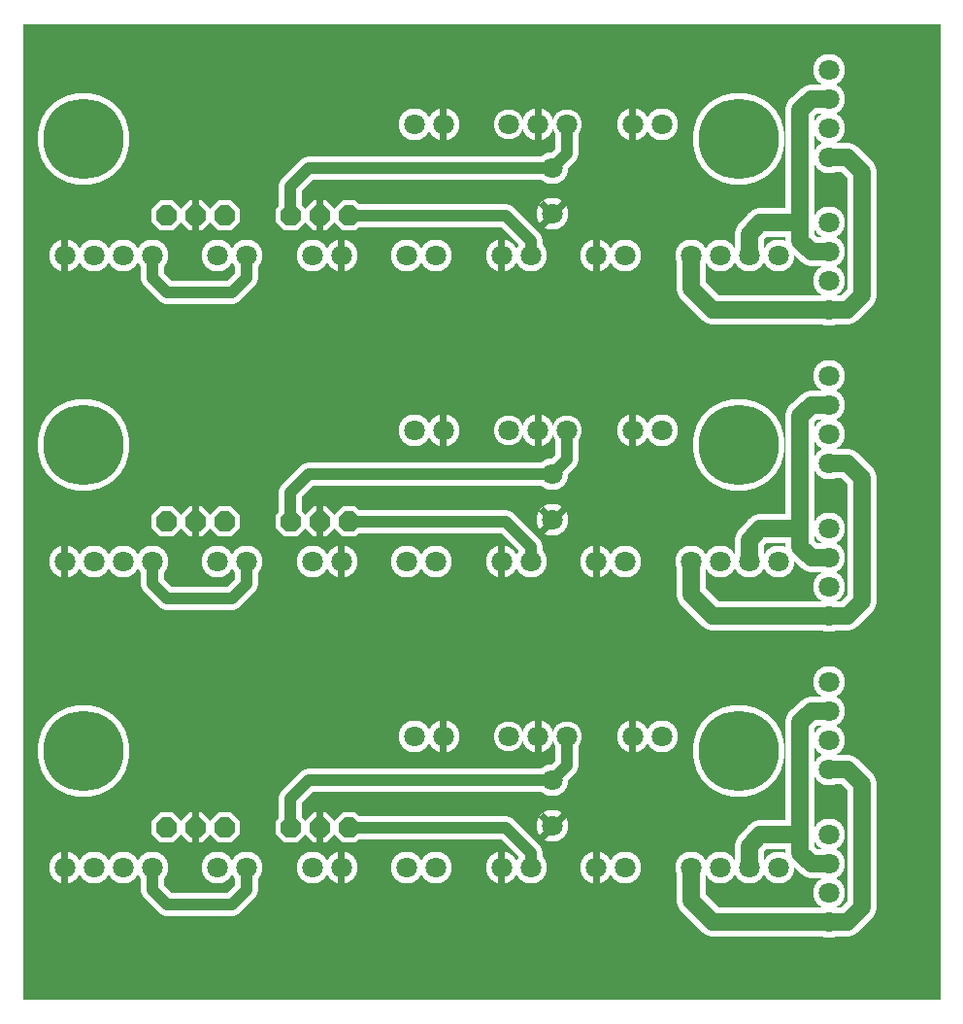
<source format=gbr>
%FSLAX34Y34*%
%MOMM*%
%LNSILK_TOP*%
G71*
G01*
%ADD10C, 2.80*%
%ADD11C, 8.00*%
%ADD12C, 2.50*%
%ADD13C, 2.60*%
%ADD14C, 2.00*%
%ADD15C, 0.60*%
%ADD16C, 1.80*%
%ADD17C, 7.00*%
%ADD18C, 1.50*%
%ADD19C, 1.00*%
%LPD*%
G36*
X0Y0D02*
X800000Y0D01*
X800000Y-850000D01*
X0Y-850000D01*
X0Y0D01*
G37*
%LPC*%
X703262Y-39688D02*
G54D10*
D03*
X703262Y-65088D02*
G54D10*
D03*
X703262Y-90488D02*
G54D10*
D03*
X703262Y-115888D02*
G54D10*
D03*
X703262Y-173038D02*
G54D10*
D03*
X703262Y-198438D02*
G54D10*
D03*
X703262Y-223838D02*
G54D10*
D03*
X703262Y-249238D02*
G54D10*
D03*
X525462Y-201612D02*
G54D10*
D03*
X500062Y-201612D02*
G54D10*
D03*
X531812Y-87312D02*
G54D10*
D03*
X557212Y-87312D02*
G54D10*
D03*
X658812Y-201612D02*
G54D10*
D03*
X633412Y-201612D02*
G54D10*
D03*
X608012Y-201612D02*
G54D10*
D03*
X582612Y-201612D02*
G54D10*
D03*
X341313Y-87312D02*
G54D10*
D03*
X366712Y-87312D02*
G54D10*
D03*
X623888Y-100012D02*
G54D11*
D03*
X52388Y-100012D02*
G54D11*
D03*
X500062Y-201612D02*
G54D10*
D03*
X112712Y-201612D02*
G54D10*
D03*
X87312Y-201612D02*
G54D10*
D03*
X61912Y-201612D02*
G54D10*
D03*
X36512Y-201612D02*
G54D10*
D03*
G54D12*
X703262Y-65088D02*
X687388Y-65088D01*
X677862Y-74612D01*
X677862Y-188912D01*
X687388Y-198438D01*
X703262Y-198438D01*
G54D12*
X703262Y-115888D02*
X719138Y-115888D01*
X731838Y-128588D01*
X731838Y-236538D01*
X719138Y-249238D01*
X703262Y-249238D01*
G36*
X220362Y-161292D02*
X227968Y-153688D01*
X238758Y-153688D01*
X246362Y-161292D01*
X246362Y-172082D01*
X238758Y-179688D01*
X227968Y-179688D01*
X220362Y-172082D01*
X220362Y-161292D01*
G37*
G36*
X245762Y-161292D02*
X253368Y-153688D01*
X264158Y-153688D01*
X271762Y-161292D01*
X271762Y-172082D01*
X264158Y-179688D01*
X253368Y-179688D01*
X245762Y-172082D01*
X245762Y-161292D01*
G37*
G36*
X271162Y-161292D02*
X278767Y-153688D01*
X289557Y-153688D01*
X297162Y-161292D01*
X297162Y-172082D01*
X289557Y-179688D01*
X278767Y-179688D01*
X271162Y-172082D01*
X271162Y-161292D01*
G37*
G36*
X245762Y-161292D02*
X253368Y-153688D01*
X264158Y-153688D01*
X271762Y-161292D01*
X271762Y-172082D01*
X264158Y-179688D01*
X253368Y-179688D01*
X245762Y-172082D01*
X245762Y-161292D01*
G37*
X442912Y-201612D02*
G54D10*
D03*
X417512Y-201612D02*
G54D10*
D03*
G36*
X112412Y-161292D02*
X120018Y-153688D01*
X130808Y-153688D01*
X138412Y-161292D01*
X138412Y-172082D01*
X130808Y-179688D01*
X120018Y-179688D01*
X112412Y-172082D01*
X112412Y-161292D01*
G37*
G36*
X137812Y-161292D02*
X145418Y-153688D01*
X156208Y-153688D01*
X163812Y-161292D01*
X163812Y-172082D01*
X156208Y-179688D01*
X145418Y-179688D01*
X137812Y-172082D01*
X137812Y-161292D01*
G37*
G36*
X163212Y-161293D02*
X170817Y-153688D01*
X181607Y-153688D01*
X189212Y-161293D01*
X189212Y-172083D01*
X181607Y-179688D01*
X170817Y-179688D01*
X163212Y-172083D01*
X163212Y-161293D01*
G37*
G36*
X137812Y-161292D02*
X145418Y-153688D01*
X156208Y-153688D01*
X163812Y-161292D01*
X163812Y-172082D01*
X156208Y-179688D01*
X145418Y-179688D01*
X137812Y-172082D01*
X137812Y-161292D01*
G37*
X423862Y-87312D02*
G54D13*
D03*
X449262Y-87312D02*
G54D13*
D03*
X474662Y-87312D02*
G54D13*
D03*
X417512Y-201612D02*
G54D10*
D03*
X366712Y-87312D02*
G54D10*
D03*
G54D12*
X633412Y-201612D02*
X633412Y-182562D01*
X642938Y-173038D01*
X677862Y-173038D01*
G54D12*
X582612Y-201612D02*
X582612Y-230188D01*
X601662Y-249238D01*
X703262Y-249238D01*
X531812Y-87312D02*
G54D10*
D03*
X449262Y-87312D02*
G54D10*
D03*
X360362Y-201612D02*
G54D10*
D03*
X334962Y-201612D02*
G54D10*
D03*
X36512Y-201612D02*
G54D10*
D03*
X461962Y-125412D02*
G54D10*
D03*
X461962Y-165412D02*
G54D10*
D03*
G54D14*
X461962Y-125412D02*
X249238Y-125412D01*
X233362Y-141288D01*
X233362Y-166688D01*
X195262Y-201612D02*
G54D10*
D03*
X169862Y-201612D02*
G54D10*
D03*
X277812Y-201612D02*
G54D10*
D03*
X252412Y-201612D02*
G54D10*
D03*
G54D14*
X442912Y-201612D02*
X442912Y-188912D01*
X420688Y-166688D01*
X284162Y-166688D01*
G54D14*
X195262Y-201612D02*
X195262Y-220662D01*
X182562Y-233362D01*
X125412Y-233362D01*
X112712Y-220662D01*
X112712Y-201612D01*
G54D14*
X474662Y-87312D02*
X474662Y-112713D01*
X461962Y-125412D01*
X277812Y-201612D02*
G54D10*
D03*
X703262Y-306388D02*
G54D10*
D03*
X703262Y-331788D02*
G54D10*
D03*
X703262Y-357188D02*
G54D10*
D03*
X703262Y-382588D02*
G54D10*
D03*
X703262Y-439738D02*
G54D10*
D03*
X703262Y-465138D02*
G54D10*
D03*
X703262Y-490538D02*
G54D10*
D03*
X703262Y-515938D02*
G54D10*
D03*
X525462Y-468312D02*
G54D10*
D03*
X500062Y-468312D02*
G54D10*
D03*
X531812Y-354012D02*
G54D10*
D03*
X557212Y-354012D02*
G54D10*
D03*
X658812Y-468312D02*
G54D10*
D03*
X633412Y-468312D02*
G54D10*
D03*
X608012Y-468312D02*
G54D10*
D03*
X582612Y-468312D02*
G54D10*
D03*
X341313Y-354012D02*
G54D10*
D03*
X366712Y-354012D02*
G54D10*
D03*
X623888Y-366712D02*
G54D11*
D03*
X52388Y-366712D02*
G54D11*
D03*
X500062Y-468312D02*
G54D10*
D03*
X112712Y-468312D02*
G54D10*
D03*
X87312Y-468312D02*
G54D10*
D03*
X61912Y-468312D02*
G54D10*
D03*
X36512Y-468312D02*
G54D10*
D03*
G54D12*
X703262Y-331788D02*
X687388Y-331788D01*
X677862Y-341312D01*
X677862Y-455612D01*
X687388Y-465138D01*
X703262Y-465138D01*
G54D12*
X703262Y-382588D02*
X719138Y-382588D01*
X731838Y-395288D01*
X731838Y-503238D01*
X719138Y-515938D01*
X703262Y-515938D01*
G36*
X220362Y-427992D02*
X227968Y-420388D01*
X238758Y-420388D01*
X246362Y-427992D01*
X246362Y-438782D01*
X238758Y-446388D01*
X227968Y-446388D01*
X220362Y-438782D01*
X220362Y-427992D01*
G37*
G36*
X245762Y-427992D02*
X253368Y-420388D01*
X264158Y-420388D01*
X271762Y-427992D01*
X271762Y-438782D01*
X264158Y-446388D01*
X253368Y-446388D01*
X245762Y-438782D01*
X245762Y-427992D01*
G37*
G36*
X271162Y-427992D02*
X278767Y-420388D01*
X289557Y-420388D01*
X297162Y-427992D01*
X297162Y-438782D01*
X289557Y-446388D01*
X278767Y-446388D01*
X271162Y-438782D01*
X271162Y-427992D01*
G37*
G36*
X245762Y-427992D02*
X253368Y-420388D01*
X264158Y-420388D01*
X271762Y-427992D01*
X271762Y-438782D01*
X264158Y-446388D01*
X253368Y-446388D01*
X245762Y-438782D01*
X245762Y-427992D01*
G37*
X442912Y-468312D02*
G54D10*
D03*
X417512Y-468312D02*
G54D10*
D03*
G36*
X112412Y-427992D02*
X120018Y-420388D01*
X130808Y-420388D01*
X138412Y-427992D01*
X138412Y-438782D01*
X130808Y-446388D01*
X120018Y-446388D01*
X112412Y-438782D01*
X112412Y-427992D01*
G37*
G36*
X137812Y-427992D02*
X145418Y-420388D01*
X156208Y-420388D01*
X163812Y-427992D01*
X163812Y-438782D01*
X156208Y-446388D01*
X145418Y-446388D01*
X137812Y-438782D01*
X137812Y-427992D01*
G37*
G36*
X163212Y-427992D02*
X170817Y-420388D01*
X181607Y-420388D01*
X189212Y-427992D01*
X189212Y-438782D01*
X181607Y-446388D01*
X170817Y-446388D01*
X163212Y-438782D01*
X163212Y-427992D01*
G37*
G36*
X137812Y-427992D02*
X145418Y-420388D01*
X156208Y-420388D01*
X163812Y-427992D01*
X163812Y-438782D01*
X156208Y-446388D01*
X145418Y-446388D01*
X137812Y-438782D01*
X137812Y-427992D01*
G37*
X423862Y-354012D02*
G54D13*
D03*
X449262Y-354012D02*
G54D13*
D03*
X474662Y-354012D02*
G54D13*
D03*
X417512Y-468312D02*
G54D10*
D03*
X366712Y-354012D02*
G54D10*
D03*
G54D12*
X633412Y-468312D02*
X633412Y-449262D01*
X642938Y-439738D01*
X677862Y-439738D01*
G54D12*
X582612Y-468312D02*
X582612Y-496888D01*
X601662Y-515938D01*
X703262Y-515938D01*
X531812Y-354012D02*
G54D10*
D03*
X449262Y-354012D02*
G54D10*
D03*
X360362Y-468312D02*
G54D10*
D03*
X334962Y-468312D02*
G54D10*
D03*
X36512Y-468312D02*
G54D10*
D03*
X461962Y-392112D02*
G54D10*
D03*
X461962Y-432112D02*
G54D10*
D03*
G54D14*
X461962Y-392112D02*
X249238Y-392112D01*
X233362Y-407988D01*
X233362Y-433388D01*
X195262Y-468312D02*
G54D10*
D03*
X169862Y-468312D02*
G54D10*
D03*
X277812Y-468312D02*
G54D10*
D03*
X252412Y-468312D02*
G54D10*
D03*
G54D14*
X442912Y-468312D02*
X442912Y-455612D01*
X420688Y-433388D01*
X284162Y-433388D01*
G54D14*
X195262Y-468312D02*
X195262Y-487362D01*
X182562Y-500062D01*
X125412Y-500062D01*
X112712Y-487362D01*
X112712Y-468312D01*
G54D14*
X474662Y-354012D02*
X474662Y-379413D01*
X461962Y-392112D01*
X277812Y-468312D02*
G54D10*
D03*
X703262Y-573088D02*
G54D10*
D03*
X703262Y-598488D02*
G54D10*
D03*
X703262Y-623888D02*
G54D10*
D03*
X703262Y-649288D02*
G54D10*
D03*
X703262Y-706438D02*
G54D10*
D03*
X703262Y-731838D02*
G54D10*
D03*
X703262Y-757238D02*
G54D10*
D03*
X703262Y-782638D02*
G54D10*
D03*
X525462Y-735012D02*
G54D10*
D03*
X500062Y-735012D02*
G54D10*
D03*
X531812Y-620712D02*
G54D10*
D03*
X557212Y-620712D02*
G54D10*
D03*
X658812Y-735012D02*
G54D10*
D03*
X633412Y-735012D02*
G54D10*
D03*
X608012Y-735012D02*
G54D10*
D03*
X582612Y-735012D02*
G54D10*
D03*
X341313Y-620712D02*
G54D10*
D03*
X366712Y-620712D02*
G54D10*
D03*
X623888Y-633412D02*
G54D11*
D03*
X52388Y-633412D02*
G54D11*
D03*
X500062Y-735012D02*
G54D10*
D03*
X112712Y-735012D02*
G54D10*
D03*
X87312Y-735012D02*
G54D10*
D03*
X61912Y-735012D02*
G54D10*
D03*
X36512Y-735012D02*
G54D10*
D03*
G54D12*
X703262Y-598488D02*
X687388Y-598488D01*
X677862Y-608012D01*
X677862Y-722312D01*
X687388Y-731838D01*
X703262Y-731838D01*
G54D12*
X703262Y-649288D02*
X719138Y-649288D01*
X731838Y-661988D01*
X731838Y-769938D01*
X719138Y-782638D01*
X703262Y-782638D01*
G36*
X220362Y-694692D02*
X227968Y-687088D01*
X238758Y-687088D01*
X246362Y-694692D01*
X246362Y-705482D01*
X238758Y-713088D01*
X227968Y-713088D01*
X220362Y-705482D01*
X220362Y-694692D01*
G37*
G36*
X245762Y-694692D02*
X253368Y-687088D01*
X264158Y-687088D01*
X271762Y-694692D01*
X271762Y-705482D01*
X264158Y-713088D01*
X253368Y-713088D01*
X245762Y-705482D01*
X245762Y-694692D01*
G37*
G36*
X271162Y-694692D02*
X278767Y-687088D01*
X289557Y-687088D01*
X297162Y-694692D01*
X297162Y-705482D01*
X289557Y-713088D01*
X278767Y-713088D01*
X271162Y-705482D01*
X271162Y-694692D01*
G37*
G36*
X245762Y-694692D02*
X253368Y-687088D01*
X264158Y-687088D01*
X271762Y-694692D01*
X271762Y-705482D01*
X264158Y-713088D01*
X253368Y-713088D01*
X245762Y-705482D01*
X245762Y-694692D01*
G37*
X442912Y-735012D02*
G54D10*
D03*
X417512Y-735012D02*
G54D10*
D03*
G36*
X112412Y-694692D02*
X120018Y-687088D01*
X130808Y-687088D01*
X138412Y-694692D01*
X138412Y-705482D01*
X130808Y-713088D01*
X120018Y-713088D01*
X112412Y-705482D01*
X112412Y-694692D01*
G37*
G36*
X137812Y-694692D02*
X145418Y-687088D01*
X156208Y-687088D01*
X163812Y-694692D01*
X163812Y-705482D01*
X156208Y-713088D01*
X145418Y-713088D01*
X137812Y-705482D01*
X137812Y-694692D01*
G37*
G36*
X163212Y-694692D02*
X170817Y-687088D01*
X181607Y-687088D01*
X189212Y-694692D01*
X189212Y-705482D01*
X181607Y-713088D01*
X170817Y-713088D01*
X163212Y-705482D01*
X163212Y-694692D01*
G37*
G36*
X137812Y-694692D02*
X145418Y-687088D01*
X156208Y-687088D01*
X163812Y-694692D01*
X163812Y-705482D01*
X156208Y-713088D01*
X145418Y-713088D01*
X137812Y-705482D01*
X137812Y-694692D01*
G37*
X423862Y-620712D02*
G54D13*
D03*
X449262Y-620712D02*
G54D13*
D03*
X474662Y-620712D02*
G54D13*
D03*
X417512Y-735012D02*
G54D10*
D03*
X366712Y-620712D02*
G54D10*
D03*
G54D12*
X633412Y-735012D02*
X633412Y-715962D01*
X642938Y-706438D01*
X677862Y-706438D01*
G54D12*
X582612Y-735012D02*
X582612Y-763588D01*
X601662Y-782638D01*
X703262Y-782638D01*
X531812Y-620712D02*
G54D10*
D03*
X449262Y-620712D02*
G54D10*
D03*
X360362Y-735012D02*
G54D10*
D03*
X334962Y-735012D02*
G54D10*
D03*
X36512Y-735012D02*
G54D10*
D03*
X461962Y-658812D02*
G54D10*
D03*
X461962Y-698812D02*
G54D10*
D03*
G54D14*
X461962Y-658812D02*
X249238Y-658812D01*
X233362Y-674688D01*
X233362Y-700088D01*
X195262Y-735012D02*
G54D10*
D03*
X169862Y-735012D02*
G54D10*
D03*
X277812Y-735012D02*
G54D10*
D03*
X252412Y-735012D02*
G54D10*
D03*
G54D14*
X442912Y-735012D02*
X442912Y-722312D01*
X420688Y-700088D01*
X284162Y-700088D01*
G54D14*
X195262Y-735012D02*
X195262Y-754062D01*
X182562Y-766762D01*
X125412Y-766762D01*
X112712Y-754062D01*
X112712Y-735012D01*
G54D14*
X474662Y-620712D02*
X474662Y-646113D01*
X461962Y-658812D01*
X277812Y-735012D02*
G54D10*
D03*
%LPD*%
G54D15*
G36*
X503062Y-201612D02*
X503062Y-216112D01*
X497062Y-216112D01*
X497062Y-201612D01*
X503062Y-201612D01*
G37*
G36*
X497062Y-201612D02*
X497062Y-187112D01*
X503062Y-187112D01*
X503062Y-201612D01*
X497062Y-201612D01*
G37*
G54D15*
G36*
X255762Y-166688D02*
X255762Y-153188D01*
X261762Y-153188D01*
X261762Y-166688D01*
X255762Y-166688D01*
G37*
G36*
X261762Y-166688D02*
X261762Y-180188D01*
X255762Y-180188D01*
X255762Y-166688D01*
X261762Y-166688D01*
G37*
G54D15*
G36*
X147812Y-166688D02*
X147812Y-153188D01*
X153812Y-153188D01*
X153812Y-166688D01*
X147812Y-166688D01*
G37*
G36*
X153812Y-166688D02*
X153812Y-180188D01*
X147812Y-180188D01*
X147812Y-166688D01*
X153812Y-166688D01*
G37*
G54D15*
G36*
X420512Y-201612D02*
X420512Y-216112D01*
X414512Y-216112D01*
X414512Y-201612D01*
X420512Y-201612D01*
G37*
G36*
X414512Y-201612D02*
X414512Y-187112D01*
X420512Y-187112D01*
X420512Y-201612D01*
X414512Y-201612D01*
G37*
G54D15*
G36*
X369712Y-87312D02*
X369712Y-101812D01*
X363712Y-101812D01*
X363712Y-87312D01*
X369712Y-87312D01*
G37*
G36*
X363712Y-87312D02*
X363712Y-72812D01*
X369712Y-72812D01*
X369712Y-87312D01*
X363712Y-87312D01*
G37*
G54D15*
G36*
X534812Y-87312D02*
X534812Y-101812D01*
X528812Y-101812D01*
X528812Y-87312D01*
X534812Y-87312D01*
G37*
G36*
X528812Y-87312D02*
X528812Y-72812D01*
X534812Y-72812D01*
X534812Y-87312D01*
X528812Y-87312D01*
G37*
G54D15*
G36*
X452262Y-87312D02*
X452262Y-101812D01*
X446262Y-101812D01*
X446262Y-87312D01*
X452262Y-87312D01*
G37*
G36*
X446262Y-87312D02*
X446262Y-72812D01*
X452262Y-72812D01*
X452262Y-87312D01*
X446262Y-87312D01*
G37*
G54D15*
G36*
X39512Y-201612D02*
X39512Y-216112D01*
X33512Y-216112D01*
X33512Y-201612D01*
X39512Y-201612D01*
G37*
G36*
X33512Y-201612D02*
X33512Y-187112D01*
X39512Y-187112D01*
X39512Y-201612D01*
X33512Y-201612D01*
G37*
G54D15*
G36*
X464084Y-167534D02*
X453831Y-177787D01*
X449588Y-173544D01*
X459841Y-163291D01*
X464084Y-167534D01*
G37*
G36*
X459841Y-167534D02*
X449588Y-157281D01*
X453831Y-153038D01*
X464084Y-163291D01*
X459841Y-167534D01*
G37*
G36*
X459841Y-163291D02*
X470094Y-153038D01*
X474337Y-157281D01*
X464084Y-167534D01*
X459841Y-163291D01*
G37*
G54D15*
G36*
X280812Y-201612D02*
X280812Y-216112D01*
X274812Y-216112D01*
X274812Y-201612D01*
X280812Y-201612D01*
G37*
G36*
X274812Y-201612D02*
X274812Y-187112D01*
X280812Y-187112D01*
X280812Y-201612D01*
X274812Y-201612D01*
G37*
G54D15*
G36*
X503062Y-468312D02*
X503062Y-482812D01*
X497062Y-482812D01*
X497062Y-468312D01*
X503062Y-468312D01*
G37*
G36*
X497062Y-468312D02*
X497062Y-453812D01*
X503062Y-453812D01*
X503062Y-468312D01*
X497062Y-468312D01*
G37*
G54D15*
G36*
X255762Y-433388D02*
X255762Y-419888D01*
X261762Y-419888D01*
X261762Y-433388D01*
X255762Y-433388D01*
G37*
G36*
X261762Y-433388D02*
X261762Y-446888D01*
X255762Y-446888D01*
X255762Y-433388D01*
X261762Y-433388D01*
G37*
G54D15*
G36*
X147812Y-433388D02*
X147812Y-419888D01*
X153812Y-419888D01*
X153812Y-433388D01*
X147812Y-433388D01*
G37*
G36*
X153812Y-433388D02*
X153812Y-446888D01*
X147812Y-446888D01*
X147812Y-433388D01*
X153812Y-433388D01*
G37*
G54D15*
G36*
X420512Y-468312D02*
X420512Y-482812D01*
X414512Y-482812D01*
X414512Y-468312D01*
X420512Y-468312D01*
G37*
G36*
X414512Y-468312D02*
X414512Y-453812D01*
X420512Y-453812D01*
X420512Y-468312D01*
X414512Y-468312D01*
G37*
G54D15*
G36*
X369712Y-354012D02*
X369712Y-368512D01*
X363712Y-368512D01*
X363712Y-354012D01*
X369712Y-354012D01*
G37*
G36*
X363712Y-354012D02*
X363712Y-339512D01*
X369712Y-339512D01*
X369712Y-354012D01*
X363712Y-354012D01*
G37*
G54D15*
G36*
X534812Y-354012D02*
X534812Y-368512D01*
X528812Y-368512D01*
X528812Y-354012D01*
X534812Y-354012D01*
G37*
G36*
X528812Y-354012D02*
X528812Y-339512D01*
X534812Y-339512D01*
X534812Y-354012D01*
X528812Y-354012D01*
G37*
G54D15*
G36*
X452262Y-354012D02*
X452262Y-368512D01*
X446262Y-368512D01*
X446262Y-354012D01*
X452262Y-354012D01*
G37*
G36*
X446262Y-354012D02*
X446262Y-339512D01*
X452262Y-339512D01*
X452262Y-354012D01*
X446262Y-354012D01*
G37*
G54D15*
G36*
X39512Y-468312D02*
X39512Y-482812D01*
X33512Y-482812D01*
X33512Y-468312D01*
X39512Y-468312D01*
G37*
G36*
X33512Y-468312D02*
X33512Y-453812D01*
X39512Y-453812D01*
X39512Y-468312D01*
X33512Y-468312D01*
G37*
G54D15*
G36*
X464084Y-434234D02*
X453831Y-444487D01*
X449588Y-440244D01*
X459841Y-429991D01*
X464084Y-434234D01*
G37*
G36*
X459841Y-434234D02*
X449588Y-423981D01*
X453831Y-419738D01*
X464084Y-429991D01*
X459841Y-434234D01*
G37*
G36*
X459841Y-429991D02*
X470094Y-419738D01*
X474337Y-423981D01*
X464084Y-434234D01*
X459841Y-429991D01*
G37*
G54D15*
G36*
X280812Y-468312D02*
X280812Y-482812D01*
X274812Y-482812D01*
X274812Y-468312D01*
X280812Y-468312D01*
G37*
G36*
X274812Y-468312D02*
X274812Y-453812D01*
X280812Y-453812D01*
X280812Y-468312D01*
X274812Y-468312D01*
G37*
G54D15*
G36*
X503062Y-735012D02*
X503062Y-749512D01*
X497062Y-749512D01*
X497062Y-735012D01*
X503062Y-735012D01*
G37*
G36*
X497062Y-735012D02*
X497062Y-720512D01*
X503062Y-720512D01*
X503062Y-735012D01*
X497062Y-735012D01*
G37*
G54D15*
G36*
X255762Y-700088D02*
X255762Y-686588D01*
X261762Y-686588D01*
X261762Y-700088D01*
X255762Y-700088D01*
G37*
G36*
X261762Y-700088D02*
X261762Y-713588D01*
X255762Y-713588D01*
X255762Y-700088D01*
X261762Y-700088D01*
G37*
G54D15*
G36*
X147812Y-700088D02*
X147812Y-686588D01*
X153812Y-686588D01*
X153812Y-700088D01*
X147812Y-700088D01*
G37*
G36*
X153812Y-700088D02*
X153812Y-713588D01*
X147812Y-713588D01*
X147812Y-700088D01*
X153812Y-700088D01*
G37*
G54D15*
G36*
X420512Y-735012D02*
X420512Y-749512D01*
X414512Y-749512D01*
X414512Y-735012D01*
X420512Y-735012D01*
G37*
G36*
X414512Y-735012D02*
X414512Y-720512D01*
X420512Y-720512D01*
X420512Y-735012D01*
X414512Y-735012D01*
G37*
G54D15*
G36*
X369712Y-620712D02*
X369712Y-635212D01*
X363712Y-635212D01*
X363712Y-620712D01*
X369712Y-620712D01*
G37*
G36*
X363712Y-620712D02*
X363712Y-606212D01*
X369712Y-606212D01*
X369712Y-620712D01*
X363712Y-620712D01*
G37*
G54D15*
G36*
X534812Y-620712D02*
X534812Y-635212D01*
X528812Y-635212D01*
X528812Y-620712D01*
X534812Y-620712D01*
G37*
G36*
X528812Y-620712D02*
X528812Y-606212D01*
X534812Y-606212D01*
X534812Y-620712D01*
X528812Y-620712D01*
G37*
G54D15*
G36*
X452262Y-620712D02*
X452262Y-635212D01*
X446262Y-635212D01*
X446262Y-620712D01*
X452262Y-620712D01*
G37*
G36*
X446262Y-620712D02*
X446262Y-606212D01*
X452262Y-606212D01*
X452262Y-620712D01*
X446262Y-620712D01*
G37*
G54D15*
G36*
X39512Y-735012D02*
X39512Y-749512D01*
X33512Y-749512D01*
X33512Y-735012D01*
X39512Y-735012D01*
G37*
G36*
X33512Y-735012D02*
X33512Y-720512D01*
X39512Y-720512D01*
X39512Y-735012D01*
X33512Y-735012D01*
G37*
G54D15*
G36*
X464084Y-700934D02*
X453831Y-711187D01*
X449588Y-706944D01*
X459841Y-696691D01*
X464084Y-700934D01*
G37*
G36*
X459841Y-700934D02*
X449588Y-690681D01*
X453831Y-686438D01*
X464084Y-696691D01*
X459841Y-700934D01*
G37*
G36*
X459841Y-696691D02*
X470094Y-686438D01*
X474337Y-690681D01*
X464084Y-700934D01*
X459841Y-696691D01*
G37*
G54D15*
G36*
X280812Y-735012D02*
X280812Y-749512D01*
X274812Y-749512D01*
X274812Y-735012D01*
X280812Y-735012D01*
G37*
G36*
X274812Y-735012D02*
X274812Y-720512D01*
X280812Y-720512D01*
X280812Y-735012D01*
X274812Y-735012D01*
G37*
X703262Y-39688D02*
G54D16*
D03*
X703262Y-65088D02*
G54D16*
D03*
X703262Y-90488D02*
G54D16*
D03*
X703262Y-115888D02*
G54D16*
D03*
X703262Y-173038D02*
G54D16*
D03*
X703262Y-198438D02*
G54D16*
D03*
X703262Y-223838D02*
G54D16*
D03*
X703262Y-249238D02*
G54D16*
D03*
X525462Y-201612D02*
G54D16*
D03*
X500062Y-201612D02*
G54D16*
D03*
X531812Y-87312D02*
G54D16*
D03*
X557212Y-87312D02*
G54D16*
D03*
X658812Y-201612D02*
G54D16*
D03*
X633412Y-201612D02*
G54D16*
D03*
X608012Y-201612D02*
G54D16*
D03*
X582612Y-201612D02*
G54D16*
D03*
X341313Y-87312D02*
G54D16*
D03*
X366712Y-87312D02*
G54D16*
D03*
X623888Y-100012D02*
G54D17*
D03*
X52388Y-100012D02*
G54D17*
D03*
X500062Y-201612D02*
G54D16*
D03*
X112712Y-201612D02*
G54D16*
D03*
X87312Y-201612D02*
G54D16*
D03*
X61912Y-201612D02*
G54D16*
D03*
X36512Y-201612D02*
G54D16*
D03*
G54D18*
X703262Y-65088D02*
X687388Y-65088D01*
X677862Y-74612D01*
X677862Y-188912D01*
X687388Y-198438D01*
X703262Y-198438D01*
G54D18*
X703262Y-115888D02*
X719138Y-115888D01*
X731838Y-128588D01*
X731838Y-236538D01*
X719138Y-249238D01*
X703262Y-249238D01*
G36*
X224362Y-162952D02*
X229628Y-157688D01*
X237098Y-157688D01*
X242362Y-162952D01*
X242362Y-170422D01*
X237098Y-175688D01*
X229628Y-175688D01*
X224362Y-170422D01*
X224362Y-162952D01*
G37*
G36*
X249762Y-162952D02*
X255028Y-157688D01*
X262498Y-157688D01*
X267762Y-162952D01*
X267762Y-170422D01*
X262498Y-175688D01*
X255028Y-175688D01*
X249762Y-170422D01*
X249762Y-162952D01*
G37*
G36*
X275162Y-162952D02*
X280427Y-157688D01*
X287897Y-157688D01*
X293162Y-162952D01*
X293162Y-170422D01*
X287897Y-175688D01*
X280427Y-175688D01*
X275162Y-170422D01*
X275162Y-162952D01*
G37*
G36*
X249762Y-162952D02*
X255028Y-157688D01*
X262498Y-157688D01*
X267762Y-162952D01*
X267762Y-170422D01*
X262498Y-175688D01*
X255028Y-175688D01*
X249762Y-170422D01*
X249762Y-162952D01*
G37*
X442912Y-201612D02*
G54D16*
D03*
X417512Y-201612D02*
G54D16*
D03*
G36*
X116412Y-162952D02*
X121678Y-157688D01*
X129148Y-157688D01*
X134412Y-162952D01*
X134412Y-170422D01*
X129148Y-175688D01*
X121678Y-175688D01*
X116412Y-170422D01*
X116412Y-162952D01*
G37*
G36*
X141812Y-162952D02*
X147078Y-157688D01*
X154548Y-157688D01*
X159812Y-162952D01*
X159812Y-170422D01*
X154548Y-175688D01*
X147078Y-175688D01*
X141812Y-170422D01*
X141812Y-162952D01*
G37*
G36*
X167212Y-162953D02*
X172477Y-157688D01*
X179947Y-157688D01*
X185212Y-162953D01*
X185212Y-170423D01*
X179947Y-175688D01*
X172477Y-175688D01*
X167212Y-170423D01*
X167212Y-162953D01*
G37*
G36*
X141812Y-162952D02*
X147078Y-157688D01*
X154548Y-157688D01*
X159812Y-162952D01*
X159812Y-170422D01*
X154548Y-175688D01*
X147078Y-175688D01*
X141812Y-170422D01*
X141812Y-162952D01*
G37*
X423862Y-87312D02*
G54D16*
D03*
X449262Y-87312D02*
G54D16*
D03*
X474662Y-87312D02*
G54D16*
D03*
X417512Y-201612D02*
G54D16*
D03*
X366712Y-87312D02*
G54D16*
D03*
G54D18*
X633412Y-201612D02*
X633412Y-182562D01*
X642938Y-173038D01*
X677862Y-173038D01*
G54D18*
X582612Y-201612D02*
X582612Y-230188D01*
X601662Y-249238D01*
X703262Y-249238D01*
X531812Y-87312D02*
G54D16*
D03*
X449262Y-87312D02*
G54D16*
D03*
X360362Y-201612D02*
G54D16*
D03*
X334962Y-201612D02*
G54D16*
D03*
X36512Y-201612D02*
G54D16*
D03*
X461962Y-125412D02*
G54D16*
D03*
X461962Y-165412D02*
G54D16*
D03*
G54D19*
X461962Y-125412D02*
X249238Y-125412D01*
X233362Y-141288D01*
X233362Y-166688D01*
X195262Y-201612D02*
G54D16*
D03*
X169862Y-201612D02*
G54D16*
D03*
X277812Y-201612D02*
G54D16*
D03*
X252412Y-201612D02*
G54D16*
D03*
G54D19*
X442912Y-201612D02*
X442912Y-188912D01*
X420688Y-166688D01*
X284162Y-166688D01*
G54D19*
X195262Y-201612D02*
X195262Y-220662D01*
X182562Y-233362D01*
X125412Y-233362D01*
X112712Y-220662D01*
X112712Y-201612D01*
G54D19*
X474662Y-87312D02*
X474662Y-112713D01*
X461962Y-125412D01*
X277812Y-201612D02*
G54D16*
D03*
X703262Y-306388D02*
G54D16*
D03*
X703262Y-331788D02*
G54D16*
D03*
X703262Y-357188D02*
G54D16*
D03*
X703262Y-382588D02*
G54D16*
D03*
X703262Y-439738D02*
G54D16*
D03*
X703262Y-465138D02*
G54D16*
D03*
X703262Y-490538D02*
G54D16*
D03*
X703262Y-515938D02*
G54D16*
D03*
X525462Y-468312D02*
G54D16*
D03*
X500062Y-468312D02*
G54D16*
D03*
X531812Y-354012D02*
G54D16*
D03*
X557212Y-354012D02*
G54D16*
D03*
X658812Y-468312D02*
G54D16*
D03*
X633412Y-468312D02*
G54D16*
D03*
X608012Y-468312D02*
G54D16*
D03*
X582612Y-468312D02*
G54D16*
D03*
X341313Y-354012D02*
G54D16*
D03*
X366712Y-354012D02*
G54D16*
D03*
X623888Y-366712D02*
G54D17*
D03*
X52388Y-366712D02*
G54D17*
D03*
X500062Y-468312D02*
G54D16*
D03*
X112712Y-468312D02*
G54D16*
D03*
X87312Y-468312D02*
G54D16*
D03*
X61912Y-468312D02*
G54D16*
D03*
X36512Y-468312D02*
G54D16*
D03*
G54D18*
X703262Y-331788D02*
X687388Y-331788D01*
X677862Y-341312D01*
X677862Y-455612D01*
X687388Y-465138D01*
X703262Y-465138D01*
G54D18*
X703262Y-382588D02*
X719138Y-382588D01*
X731838Y-395288D01*
X731838Y-503238D01*
X719138Y-515938D01*
X703262Y-515938D01*
G36*
X224362Y-429652D02*
X229628Y-424388D01*
X237098Y-424388D01*
X242362Y-429652D01*
X242362Y-437122D01*
X237098Y-442388D01*
X229628Y-442388D01*
X224362Y-437122D01*
X224362Y-429652D01*
G37*
G36*
X249762Y-429652D02*
X255028Y-424388D01*
X262498Y-424388D01*
X267762Y-429652D01*
X267762Y-437122D01*
X262498Y-442388D01*
X255028Y-442388D01*
X249762Y-437122D01*
X249762Y-429652D01*
G37*
G36*
X275162Y-429652D02*
X280427Y-424388D01*
X287897Y-424388D01*
X293162Y-429652D01*
X293162Y-437122D01*
X287897Y-442388D01*
X280427Y-442388D01*
X275162Y-437122D01*
X275162Y-429652D01*
G37*
G36*
X249762Y-429652D02*
X255028Y-424388D01*
X262498Y-424388D01*
X267762Y-429652D01*
X267762Y-437122D01*
X262498Y-442388D01*
X255028Y-442388D01*
X249762Y-437122D01*
X249762Y-429652D01*
G37*
X442912Y-468312D02*
G54D16*
D03*
X417512Y-468312D02*
G54D16*
D03*
G36*
X116412Y-429652D02*
X121678Y-424388D01*
X129148Y-424388D01*
X134412Y-429652D01*
X134412Y-437122D01*
X129148Y-442388D01*
X121678Y-442388D01*
X116412Y-437122D01*
X116412Y-429652D01*
G37*
G36*
X141812Y-429652D02*
X147078Y-424388D01*
X154548Y-424388D01*
X159812Y-429652D01*
X159812Y-437122D01*
X154548Y-442388D01*
X147078Y-442388D01*
X141812Y-437122D01*
X141812Y-429652D01*
G37*
G36*
X167212Y-429652D02*
X172477Y-424388D01*
X179947Y-424388D01*
X185212Y-429652D01*
X185212Y-437122D01*
X179947Y-442388D01*
X172477Y-442388D01*
X167212Y-437122D01*
X167212Y-429652D01*
G37*
G36*
X141812Y-429652D02*
X147078Y-424388D01*
X154548Y-424388D01*
X159812Y-429652D01*
X159812Y-437122D01*
X154548Y-442388D01*
X147078Y-442388D01*
X141812Y-437122D01*
X141812Y-429652D01*
G37*
X423862Y-354012D02*
G54D16*
D03*
X449262Y-354012D02*
G54D16*
D03*
X474662Y-354012D02*
G54D16*
D03*
X417512Y-468312D02*
G54D16*
D03*
X366712Y-354012D02*
G54D16*
D03*
G54D18*
X633412Y-468312D02*
X633412Y-449262D01*
X642938Y-439738D01*
X677862Y-439738D01*
G54D18*
X582612Y-468312D02*
X582612Y-496888D01*
X601662Y-515938D01*
X703262Y-515938D01*
X531812Y-354012D02*
G54D16*
D03*
X449262Y-354012D02*
G54D16*
D03*
X360362Y-468312D02*
G54D16*
D03*
X334962Y-468312D02*
G54D16*
D03*
X36512Y-468312D02*
G54D16*
D03*
X461962Y-392112D02*
G54D16*
D03*
X461962Y-432112D02*
G54D16*
D03*
G54D19*
X461962Y-392112D02*
X249238Y-392112D01*
X233362Y-407988D01*
X233362Y-433388D01*
X195262Y-468312D02*
G54D16*
D03*
X169862Y-468312D02*
G54D16*
D03*
X277812Y-468312D02*
G54D16*
D03*
X252412Y-468312D02*
G54D16*
D03*
G54D19*
X442912Y-468312D02*
X442912Y-455612D01*
X420688Y-433388D01*
X284162Y-433388D01*
G54D19*
X195262Y-468312D02*
X195262Y-487362D01*
X182562Y-500062D01*
X125412Y-500062D01*
X112712Y-487362D01*
X112712Y-468312D01*
G54D19*
X474662Y-354012D02*
X474662Y-379413D01*
X461962Y-392112D01*
X277812Y-468312D02*
G54D16*
D03*
X703262Y-573088D02*
G54D16*
D03*
X703262Y-598488D02*
G54D16*
D03*
X703262Y-623888D02*
G54D16*
D03*
X703262Y-649288D02*
G54D16*
D03*
X703262Y-706438D02*
G54D16*
D03*
X703262Y-731838D02*
G54D16*
D03*
X703262Y-757238D02*
G54D16*
D03*
X703262Y-782638D02*
G54D16*
D03*
X525462Y-735012D02*
G54D16*
D03*
X500062Y-735012D02*
G54D16*
D03*
X531812Y-620712D02*
G54D16*
D03*
X557212Y-620712D02*
G54D16*
D03*
X658812Y-735012D02*
G54D16*
D03*
X633412Y-735012D02*
G54D16*
D03*
X608012Y-735012D02*
G54D16*
D03*
X582612Y-735012D02*
G54D16*
D03*
X341313Y-620712D02*
G54D16*
D03*
X366712Y-620712D02*
G54D16*
D03*
X623888Y-633412D02*
G54D17*
D03*
X52388Y-633412D02*
G54D17*
D03*
X500062Y-735012D02*
G54D16*
D03*
X112712Y-735012D02*
G54D16*
D03*
X87312Y-735012D02*
G54D16*
D03*
X61912Y-735012D02*
G54D16*
D03*
X36512Y-735012D02*
G54D16*
D03*
G54D18*
X703262Y-598488D02*
X687388Y-598488D01*
X677862Y-608012D01*
X677862Y-722312D01*
X687388Y-731838D01*
X703262Y-731838D01*
G54D18*
X703262Y-649288D02*
X719138Y-649288D01*
X731838Y-661988D01*
X731838Y-769938D01*
X719138Y-782638D01*
X703262Y-782638D01*
G36*
X224362Y-696352D02*
X229628Y-691088D01*
X237098Y-691088D01*
X242362Y-696352D01*
X242362Y-703822D01*
X237098Y-709088D01*
X229628Y-709088D01*
X224362Y-703822D01*
X224362Y-696352D01*
G37*
G36*
X249762Y-696352D02*
X255028Y-691088D01*
X262498Y-691088D01*
X267762Y-696352D01*
X267762Y-703822D01*
X262498Y-709088D01*
X255028Y-709088D01*
X249762Y-703822D01*
X249762Y-696352D01*
G37*
G36*
X275162Y-696352D02*
X280427Y-691088D01*
X287897Y-691088D01*
X293162Y-696352D01*
X293162Y-703822D01*
X287897Y-709088D01*
X280427Y-709088D01*
X275162Y-703822D01*
X275162Y-696352D01*
G37*
G36*
X249762Y-696352D02*
X255028Y-691088D01*
X262498Y-691088D01*
X267762Y-696352D01*
X267762Y-703822D01*
X262498Y-709088D01*
X255028Y-709088D01*
X249762Y-703822D01*
X249762Y-696352D01*
G37*
X442912Y-735012D02*
G54D16*
D03*
X417512Y-735012D02*
G54D16*
D03*
G36*
X116412Y-696352D02*
X121678Y-691088D01*
X129148Y-691088D01*
X134412Y-696352D01*
X134412Y-703822D01*
X129148Y-709088D01*
X121678Y-709088D01*
X116412Y-703822D01*
X116412Y-696352D01*
G37*
G36*
X141812Y-696352D02*
X147078Y-691088D01*
X154548Y-691088D01*
X159812Y-696352D01*
X159812Y-703822D01*
X154548Y-709088D01*
X147078Y-709088D01*
X141812Y-703822D01*
X141812Y-696352D01*
G37*
G36*
X167212Y-696352D02*
X172477Y-691088D01*
X179947Y-691088D01*
X185212Y-696352D01*
X185212Y-703822D01*
X179947Y-709088D01*
X172477Y-709088D01*
X167212Y-703822D01*
X167212Y-696352D01*
G37*
G36*
X141812Y-696352D02*
X147078Y-691088D01*
X154548Y-691088D01*
X159812Y-696352D01*
X159812Y-703822D01*
X154548Y-709088D01*
X147078Y-709088D01*
X141812Y-703822D01*
X141812Y-696352D01*
G37*
X423862Y-620712D02*
G54D16*
D03*
X449262Y-620712D02*
G54D16*
D03*
X474662Y-620712D02*
G54D16*
D03*
X417512Y-735012D02*
G54D16*
D03*
X366712Y-620712D02*
G54D16*
D03*
G54D18*
X633412Y-735012D02*
X633412Y-715962D01*
X642938Y-706438D01*
X677862Y-706438D01*
G54D18*
X582612Y-735012D02*
X582612Y-763588D01*
X601662Y-782638D01*
X703262Y-782638D01*
X531812Y-620712D02*
G54D16*
D03*
X449262Y-620712D02*
G54D16*
D03*
X360362Y-735012D02*
G54D16*
D03*
X334962Y-735012D02*
G54D16*
D03*
X36512Y-735012D02*
G54D16*
D03*
X461962Y-658812D02*
G54D16*
D03*
X461962Y-698812D02*
G54D16*
D03*
G54D19*
X461962Y-658812D02*
X249238Y-658812D01*
X233362Y-674688D01*
X233362Y-700088D01*
X195262Y-735012D02*
G54D16*
D03*
X169862Y-735012D02*
G54D16*
D03*
X277812Y-735012D02*
G54D16*
D03*
X252412Y-735012D02*
G54D16*
D03*
G54D19*
X442912Y-735012D02*
X442912Y-722312D01*
X420688Y-700088D01*
X284162Y-700088D01*
G54D19*
X195262Y-735012D02*
X195262Y-754062D01*
X182562Y-766762D01*
X125412Y-766762D01*
X112712Y-754062D01*
X112712Y-735012D01*
G54D19*
X474662Y-620712D02*
X474662Y-646113D01*
X461962Y-658812D01*
X277812Y-735012D02*
G54D16*
D03*
M02*

</source>
